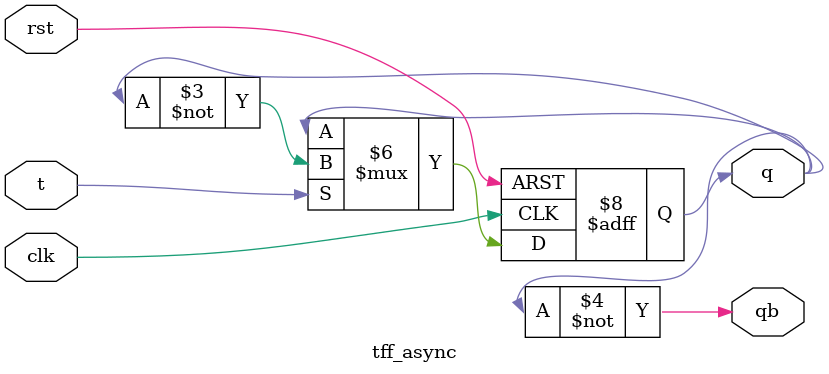
<source format=v>
module tff_async(t,clk,rst,q,qb);
input t,clk,rst;
output reg q;
output qb;

always @ (posedge clk, negedge rst) begin
if(!rst)
q=0;
else begin
if(t)
q<=~q;
else
q<=q;
end
end
assign qb=~q;

endmodule
</source>
